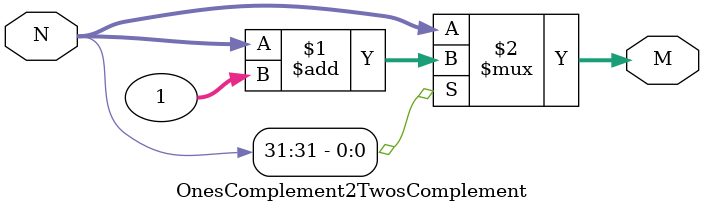
<source format=v>
module OnesComplement2TwosComplement (N,M);
	parameter WIDTH=32;
	input wire [WIDTH-1:0] N;
	output wire [WIDTH-1:0] M;
	assign M=N[WIDTH-1]?(N+1):N;
endmodule
/*
module OnesComplement2TwosComplement (N,M);
	parameter WIDTH=32;
	input wire [WIDTH-1:0] N;
	output wire [WIDTH-1:0] M;
	wire cout;	
	assign {cout,X} = N+32¡¯d1;
	assign M=N[WIDTH-1]?X:N;
endmodule
*/

</source>
